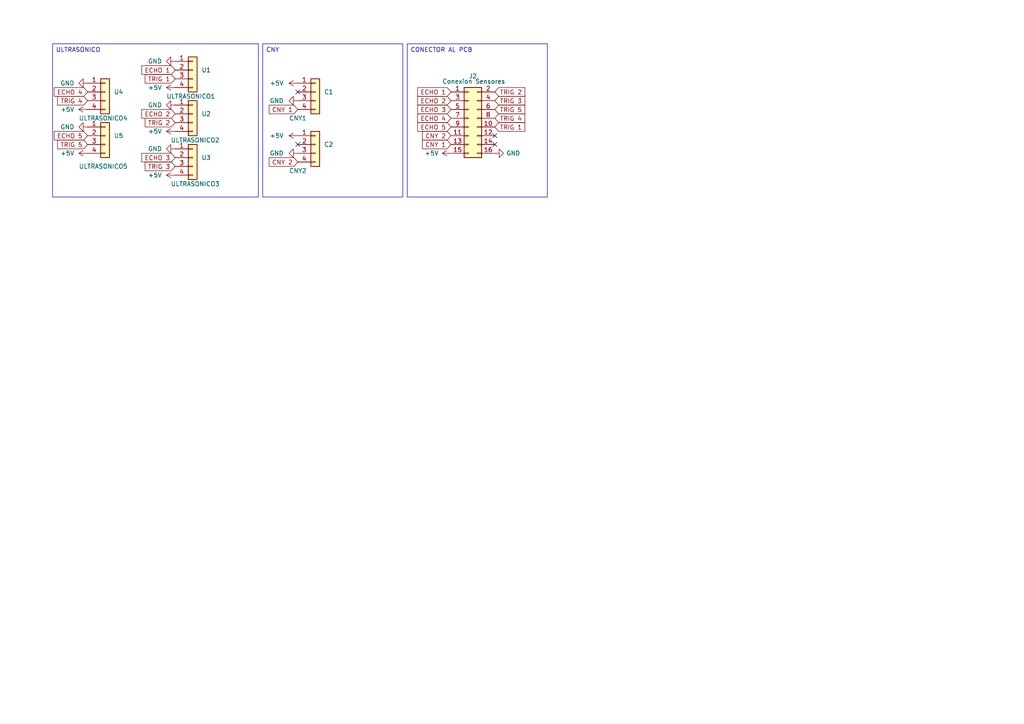
<source format=kicad_sch>
(kicad_sch (version 20231120) (generator "eeschema") (generator_version "8.0")
  (paper "A4")
  (lib_symbols
    (symbol "Connector_Generic:Conn_01x04" (pin_names (offset 1.016) hide)
      (property "Reference" "J" (at 0 5.08 0))
      (property "Value" "Conn_01x04" (at 0 -7.62 0))
      (symbol "Conn_01x04_1_1"
        (rectangle (start -1.27 -4.953) (end 0 -5.207) (stroke (width 0.1524)))
        (rectangle (start -1.27 -2.413) (end 0 -2.667) (stroke (width 0.1524)))
        (rectangle (start -1.27 0.127) (end 0 -0.127) (stroke (width 0.1524)))
        (rectangle (start -1.27 2.667) (end 0 2.413) (stroke (width 0.1524)))
        (rectangle (start -1.27 3.81) (end 1.27 -6.35) (stroke (width 0.254)) (fill (type background)))
        (pin passive line (at -5.08 2.54 0) (length 3.81) (name "Pin_1") (number "1"))
        (pin passive line (at -5.08 0 0) (length 3.81) (name "Pin_2") (number "2"))
        (pin passive line (at -5.08 -2.54 0) (length 3.81) (name "Pin_3") (number "3"))
        (pin passive line (at -5.08 -5.08 0) (length 3.81) (name "Pin_4") (number "4"))
      )
    )
    (symbol "Connector_Generic:Conn_02x08_Odd_Even" (pin_names (offset 1.016) hide)
      (property "Reference" "J" (at 1.27 10.16 0))
      (property "Value" "Conn_02x08_Odd_Even" (at 1.27 -12.7 0))
      (symbol "Conn_02x08_Odd_Even_1_1"
        (rectangle (start -1.27 -10.033) (end 0 -10.287) (stroke (width 0.1524)))
        (rectangle (start -1.27 -7.493) (end 0 -7.747) (stroke (width 0.1524)))
        (rectangle (start -1.27 -4.953) (end 0 -5.207) (stroke (width 0.1524)))
        (rectangle (start -1.27 -2.413) (end 0 -2.667) (stroke (width 0.1524)))
        (rectangle (start -1.27 0.127) (end 0 -0.127) (stroke (width 0.1524)))
        (rectangle (start -1.27 2.667) (end 0 2.413) (stroke (width 0.1524)))
        (rectangle (start -1.27 5.207) (end 0 4.953) (stroke (width 0.1524)))
        (rectangle (start -1.27 7.747) (end 0 7.493) (stroke (width 0.1524)))
        (rectangle (start -1.27 8.89) (end 3.81 -11.43) (stroke (width 0.254)) (fill (type background)))
        (rectangle (start 3.81 -10.033) (end 2.54 -10.287) (stroke (width 0.1524)))
        (rectangle (start 3.81 -7.493) (end 2.54 -7.747) (stroke (width 0.1524)))
        (rectangle (start 3.81 -4.953) (end 2.54 -5.207) (stroke (width 0.1524)))
        (rectangle (start 3.81 -2.413) (end 2.54 -2.667) (stroke (width 0.1524)))
        (rectangle (start 3.81 0.127) (end 2.54 -0.127) (stroke (width 0.1524)))
        (rectangle (start 3.81 2.667) (end 2.54 2.413) (stroke (width 0.1524)))
        (rectangle (start 3.81 5.207) (end 2.54 4.953) (stroke (width 0.1524)))
        (rectangle (start 3.81 7.747) (end 2.54 7.493) (stroke (width 0.1524)))
        (pin passive line (at -5.08 7.62 0) (length 3.81) (name "Pin_1") (number "1"))
        (pin passive line (at 7.62 -2.54 180) (length 3.81) (name "Pin_10") (number "10"))
        (pin passive line (at -5.08 -5.08 0) (length 3.81) (name "Pin_11") (number "11"))
        (pin passive line (at 7.62 -5.08 180) (length 3.81) (name "Pin_12") (number "12"))
        (pin passive line (at -5.08 -7.62 0) (length 3.81) (name "Pin_13") (number "13"))
        (pin passive line (at 7.62 -7.62 180) (length 3.81) (name "Pin_14") (number "14"))
        (pin passive line (at -5.08 -10.16 0) (length 3.81) (name "Pin_15") (number "15"))
        (pin passive line (at 7.62 -10.16 180) (length 3.81) (name "Pin_16") (number "16"))
        (pin passive line (at 7.62 7.62 180) (length 3.81) (name "Pin_2") (number "2"))
        (pin passive line (at -5.08 5.08 0) (length 3.81) (name "Pin_3") (number "3"))
        (pin passive line (at 7.62 5.08 180) (length 3.81) (name "Pin_4") (number "4"))
        (pin passive line (at -5.08 2.54 0) (length 3.81) (name "Pin_5") (number "5"))
        (pin passive line (at 7.62 2.54 180) (length 3.81) (name "Pin_6") (number "6"))
        (pin passive line (at -5.08 0 0) (length 3.81) (name "Pin_7") (number "7"))
        (pin passive line (at 7.62 0 180) (length 3.81) (name "Pin_8") (number "8"))
        (pin passive line (at -5.08 -2.54 0) (length 3.81) (name "Pin_9") (number "9"))
      )
    )
    (symbol "power:+5V" (power) (pin_numbers hide) (pin_names (offset 0) hide)
      (property "Value" "+5V" (at 0 3.556 0))
      (symbol "+5V_0_1"
        (polyline (pts (xy -0.762 1.27) (xy 0 2.54)))
        (polyline (pts (xy 0 0) (xy 0 2.54)))
        (polyline (pts (xy 0 2.54) (xy 0.762 1.27)))
      )
      (symbol "+5V_1_1"
        (pin power_in line (at 0 0 90) (length 0) (name "~") (number "1"))
      )
    )
    (symbol "power:GND" (power) (pin_numbers hide) (pin_names (offset 0) hide)
      (property "Value" "GND" (at 0 -3.81 0))
      (symbol "GND_0_1"
        (polyline (pts (xy 0 0) (xy 0 -1.27) (xy 1.27 -1.27) (xy 0 -2.54) (xy -1.27 -1.27) (xy 0 -1.27)))
      )
      (symbol "GND_1_1"
        (pin power_in line (at 0 0 270) (length 0) (name "~") (number "1"))
      )
    )
  )
  (no_connect (at 143.51 41.91))
  (no_connect (at 86.36 41.91))
  (no_connect (at 86.36 26.67))
  (no_connect (at 143.51 39.37))
  (text_box "CONECTOR AL PCB" (at 118.11 12.7 0) (size 40.64 44.45) (effects (font (size 1.27 1.27)) (justify left top)))
  (text_box "ULTRASONICO" (at 15.24 12.7 0) (size 59.69 44.45) (effects (font (size 1.27 1.27)) (justify left top)))
  (text_box "CNY" (at 76.2 12.7 0) (size 40.64 44.45) (effects (font (size 1.27 1.27)) (justify left top)))
  (global_label "ECHO 1" (shape input) (at 50.8 20.32 180) (property "Intersheetrefs" "${INTERSHEET_REFS}" (effects (hide yes))))
  (global_label "TRIG 1" (shape input) (at 143.51 36.83 0) (property "Intersheetrefs" "${INTERSHEET_REFS}" (effects (hide yes))))
  (global_label "TRIG 1" (shape input) (at 50.8 22.86 180) (property "Intersheetrefs" "${INTERSHEET_REFS}" (effects (hide yes))))
  (global_label "ECHO 3" (shape input) (at 130.81 31.75 180) (property "Intersheetrefs" "${INTERSHEET_REFS}" (effects (hide yes))))
  (global_label "TRIG 3" (shape input) (at 50.8 48.26 180) (property "Intersheetrefs" "${INTERSHEET_REFS}" (effects (hide yes))))
  (global_label "TRIG 5" (shape input) (at 25.4 41.91 180) (property "Intersheetrefs" "${INTERSHEET_REFS}" (effects (hide yes))))
  (global_label "TRIG 2" (shape input) (at 50.8 35.56 180) (property "Intersheetrefs" "${INTERSHEET_REFS}" (effects (hide yes))))
  (global_label "TRIG 3" (shape input) (at 143.51 29.21 0) (property "Intersheetrefs" "${INTERSHEET_REFS}" (effects (hide yes))))
  (global_label "ECHO 5" (shape input) (at 130.81 36.83 180) (property "Intersheetrefs" "${INTERSHEET_REFS}" (effects (hide yes))))
  (global_label "CNY 2" (shape input) (at 86.36 46.99 180) (property "Intersheetrefs" "${INTERSHEET_REFS}" (effects (hide yes))))
  (global_label "ECHO 4" (shape input) (at 130.81 34.29 180) (property "Intersheetrefs" "${INTERSHEET_REFS}" (effects (hide yes))))
  (global_label "ECHO 1" (shape input) (at 130.81 26.67 180) (property "Intersheetrefs" "${INTERSHEET_REFS}" (effects (hide yes))))
  (global_label "TRIG 4" (shape input) (at 143.51 34.29 0) (property "Intersheetrefs" "${INTERSHEET_REFS}" (effects (hide yes))))
  (global_label "ECHO 4" (shape input) (at 25.4 26.67 180) (property "Intersheetrefs" "${INTERSHEET_REFS}" (effects (hide yes))))
  (global_label "TRIG 2" (shape input) (at 143.51 26.67 0) (property "Intersheetrefs" "${INTERSHEET_REFS}" (effects (hide yes))))
  (global_label "ECHO 2" (shape input) (at 50.8 33.02 180) (property "Intersheetrefs" "${INTERSHEET_REFS}" (effects (hide yes))))
  (global_label "ECHO 5" (shape input) (at 25.4 39.37 180) (property "Intersheetrefs" "${INTERSHEET_REFS}" (effects (hide yes))))
  (global_label "CNY 1" (shape input) (at 130.81 41.91 180) (property "Intersheetrefs" "${INTERSHEET_REFS}" (effects (hide yes))))
  (global_label "TRIG 4" (shape input) (at 25.4 29.21 180) (property "Intersheetrefs" "${INTERSHEET_REFS}" (effects (hide yes))))
  (global_label "ECHO 3" (shape input) (at 50.8 45.72 180) (property "Intersheetrefs" "${INTERSHEET_REFS}" (effects (hide yes))))
  (global_label "CNY 1" (shape input) (at 86.36 31.75 180) (property "Intersheetrefs" "${INTERSHEET_REFS}" (effects (hide yes))))
  (global_label "ECHO 2" (shape input) (at 130.81 29.21 180) (property "Intersheetrefs" "${INTERSHEET_REFS}" (effects (hide yes))))
  (global_label "TRIG 5" (shape input) (at 143.51 31.75 0) (property "Intersheetrefs" "${INTERSHEET_REFS}" (effects (hide yes))))
  (global_label "CNY 2" (shape input) (at 130.81 39.37 180) (property "Intersheetrefs" "${INTERSHEET_REFS}" (effects (hide yes))))
  (symbol (lib_id "power:GND") (at 86.36 44.45 270) (unit 1)
    (property "Reference" "#PWR014" (effects (hide yes)))
    (property "Value" "GND" (at 82.296 44.4499 90) (effects (justify right)))
    (property "Description" "Power symbol creates a global label with name \"GND\" , ground" (effects (hide yes)))
  )
  (symbol (lib_id "power:GND") (at 50.8 17.78 270) (unit 1)
    (property "Reference" "#PWR01" (effects (hide yes)))
    (property "Value" "GND" (at 46.99 17.7799 90) (effects (justify right)))
    (property "Description" "Power symbol creates a global label with name \"GND\" , ground" (effects (hide yes)))
  )
  (symbol (lib_id "Connector_Generic:Conn_01x04") (at 91.44 41.91 0) (unit 1)
    (property "Reference" "C2" (at 93.98 41.9099 0) (effects (justify left)))
    (property "Value" "CNY2" (at 83.82 49.53 0) (effects (justify left)))
    (property "Footprint" "Connector_PinHeader_2.54mm:PinHeader_1x04_P2.54mm_Horizontal" (effects (hide yes)))
    (property "Description" "Generic connector, single row, 01x04, script generated (kicad-library-utils/schlib/autogen/connector/)" (effects (hide yes)))
  )
  (symbol (lib_id "Connector_Generic:Conn_01x04") (at 55.88 20.32 0) (unit 1)
    (property "Reference" "U1" (at 58.42 20.3199 0) (effects (justify left)))
    (property "Value" "ULTRASONICO1" (at 48.26 27.94 0) (effects (justify left)))
    (property "Footprint" "Connector_PinHeader_2.54mm:PinHeader_1x04_P2.54mm_Horizontal" (effects (hide yes)))
    (property "Description" "Generic connector, single row, 01x04, script generated (kicad-library-utils/schlib/autogen/connector/)" (effects (hide yes)))
  )
  (symbol (lib_id "power:GND") (at 86.36 29.21 270) (unit 1)
    (property "Reference" "#PWR012" (effects (hide yes)))
    (property "Value" "GND" (at 82.296 29.2099 90) (effects (justify right)))
    (property "Description" "Power symbol creates a global label with name \"GND\" , ground" (effects (hide yes)))
  )
  (symbol (lib_id "Connector_Generic:Conn_01x04") (at 55.88 33.02 0) (unit 1)
    (property "Reference" "U2" (at 58.42 33.0199 0) (effects (justify left)))
    (property "Value" "ULTRASONICO2" (at 49.53 40.64 0) (effects (justify left)))
    (property "Footprint" "Connector_PinHeader_2.54mm:PinHeader_1x04_P2.54mm_Vertical" (effects (hide yes)))
    (property "Description" "Generic connector, single row, 01x04, script generated (kicad-library-utils/schlib/autogen/connector/)" (effects (hide yes)))
  )
  (symbol (lib_id "power:GND") (at 143.51 44.45 90) (unit 1)
    (property "Reference" "#PWR020" (effects (hide yes)))
    (property "Value" "GND" (at 148.844 44.45 90))
    (property "Description" "Power symbol creates a global label with name \"GND\" , ground" (effects (hide yes)))
  )
  (symbol (lib_id "power:+5V") (at 25.4 31.75 90) (unit 1)
    (property "Reference" "#PWR010" (effects (hide yes)))
    (property "Value" "+5V" (at 21.59 31.7499 90) (effects (justify left)))
    (property "Description" "Power symbol creates a global label with name \"+5V\"" (effects (hide yes)))
  )
  (symbol (lib_id "Connector_Generic:Conn_02x08_Odd_Even") (at 135.89 34.29 0) (unit 1)
    (property "Reference" "J2" (at 137.16 22.098 0))
    (property "Value" "Conexion Sensores" (at 137.414 23.622 0))
    (property "Footprint" "Connector_PinHeader_2.54mm:PinHeader_2x08_P2.54mm_Vertical" (effects (hide yes)))
    (property "Description" "Generic connector, double row, 02x08, odd/even pin numbering scheme (row 1 odd numbers, row 2 even numbers), script generated (kicad-library-utils/schlib/autogen/connector/)" (effects (hide yes)))
  )
  (symbol (lib_id "power:GND") (at 25.4 36.83 270) (unit 1)
    (property "Reference" "#PWR07" (effects (hide yes)))
    (property "Value" "GND" (at 21.59 36.8299 90) (effects (justify right)))
    (property "Description" "Power symbol creates a global label with name \"GND\" , ground" (effects (hide yes)))
  )
  (symbol (lib_id "power:+5V") (at 50.8 38.1 90) (unit 1)
    (property "Reference" "#PWR04" (effects (hide yes)))
    (property "Value" "+5V" (at 46.99 38.0999 90) (effects (justify left)))
    (property "Description" "Power symbol creates a global label with name \"+5V\"" (effects (hide yes)))
  )
  (symbol (lib_id "power:+5V") (at 86.36 39.37 90) (unit 1)
    (property "Reference" "#PWR013" (effects (hide yes)))
    (property "Value" "+5V" (at 82.296 39.3699 90) (effects (justify left)))
    (property "Description" "Power symbol creates a global label with name \"+5V\"" (effects (hide yes)))
  )
  (symbol (lib_id "Connector_Generic:Conn_01x04") (at 91.44 26.67 0) (unit 1)
    (property "Reference" "C1" (at 93.98 26.6699 0) (effects (justify left)))
    (property "Value" "CNY1" (at 83.82 34.29 0) (effects (justify left)))
    (property "Footprint" "Connector_PinHeader_2.54mm:PinHeader_1x04_P2.54mm_Horizontal" (effects (hide yes)))
    (property "Description" "Generic connector, single row, 01x04, script generated (kicad-library-utils/schlib/autogen/connector/)" (effects (hide yes)))
  )
  (symbol (lib_id "power:+5V") (at 130.81 44.45 90) (unit 1)
    (property "Reference" "#PWR019" (effects (hide yes)))
    (property "Value" "+5V" (at 127.254 44.4499 90) (effects (justify left)))
    (property "Description" "Power symbol creates a global label with name \"+5V\"" (effects (hide yes)))
  )
  (symbol (lib_id "power:+5V") (at 86.36 24.13 90) (unit 1)
    (property "Reference" "#PWR011" (effects (hide yes)))
    (property "Value" "+5V" (at 82.296 24.1299 90) (effects (justify left)))
    (property "Description" "Power symbol creates a global label with name \"+5V\"" (effects (hide yes)))
  )
  (symbol (lib_id "power:GND") (at 50.8 43.18 270) (unit 1)
    (property "Reference" "#PWR05" (effects (hide yes)))
    (property "Value" "GND" (at 46.99 43.1799 90) (effects (justify right)))
    (property "Description" "Power symbol creates a global label with name \"GND\" , ground" (effects (hide yes)))
  )
  (symbol (lib_id "power:+5V") (at 25.4 44.45 90) (unit 1)
    (property "Reference" "#PWR08" (effects (hide yes)))
    (property "Value" "+5V" (at 21.59 44.4499 90) (effects (justify left)))
    (property "Description" "Power symbol creates a global label with name \"+5V\"" (effects (hide yes)))
  )
  (symbol (lib_id "power:+5V") (at 50.8 25.4 90) (unit 1)
    (property "Reference" "#PWR02" (effects (hide yes)))
    (property "Value" "+5V" (at 46.99 25.3999 90) (effects (justify left)))
    (property "Description" "Power symbol creates a global label with name \"+5V\"" (effects (hide yes)))
  )
  (symbol (lib_id "power:GND") (at 50.8 30.48 270) (unit 1)
    (property "Reference" "#PWR03" (effects (hide yes)))
    (property "Value" "GND" (at 46.99 30.4799 90) (effects (justify right)))
    (property "Description" "Power symbol creates a global label with name \"GND\" , ground" (effects (hide yes)))
  )
  (symbol (lib_id "Connector_Generic:Conn_01x04") (at 30.48 26.67 0) (unit 1)
    (property "Reference" "U4" (at 33.02 26.6699 0) (effects (justify left)))
    (property "Value" "ULTRASONICO4" (at 22.86 34.29 0) (effects (justify left)))
    (property "Footprint" "Connector_PinHeader_2.54mm:PinHeader_1x04_P2.54mm_Vertical" (effects (hide yes)))
    (property "Description" "Generic connector, single row, 01x04, script generated (kicad-library-utils/schlib/autogen/connector/)" (effects (hide yes)))
  )
  (symbol (lib_id "Connector_Generic:Conn_01x04") (at 55.88 45.72 0) (unit 1)
    (property "Reference" "U3" (at 58.42 45.7199 0) (effects (justify left)))
    (property "Value" "ULTRASONICO3" (at 49.53 53.34 0) (effects (justify left)))
    (property "Footprint" "Connector_PinHeader_2.54mm:PinHeader_1x04_P2.54mm_Horizontal" (effects (hide yes)))
    (property "Description" "Generic connector, single row, 01x04, script generated (kicad-library-utils/schlib/autogen/connector/)" (effects (hide yes)))
  )
  (symbol (lib_id "power:+5V") (at 50.8 50.8 90) (unit 1)
    (property "Reference" "#PWR06" (effects (hide yes)))
    (property "Value" "+5V" (at 46.99 50.7999 90) (effects (justify left)))
    (property "Description" "Power symbol creates a global label with name \"+5V\"" (effects (hide yes)))
  )
  (symbol (lib_id "power:GND") (at 25.4 24.13 270) (unit 1)
    (property "Reference" "#PWR09" (effects (hide yes)))
    (property "Value" "GND" (at 21.59 24.1299 90) (effects (justify right)))
    (property "Description" "Power symbol creates a global label with name \"GND\" , ground" (effects (hide yes)))
  )
  (symbol (lib_id "Connector_Generic:Conn_01x04") (at 30.48 39.37 0) (unit 1)
    (property "Reference" "U5" (at 33.02 39.3699 0) (effects (justify left)))
    (property "Value" "ULTRASONICO5" (at 22.86 48.26 0) (effects (justify left)))
    (property "Footprint" "Connector_PinHeader_2.54mm:PinHeader_1x04_P2.54mm_Horizontal" (effects (hide yes)))
    (property "Description" "Generic connector, single row, 01x04, script generated (kicad-library-utils/schlib/autogen/connector/)" (effects (hide yes)))
  )
)
</source>
